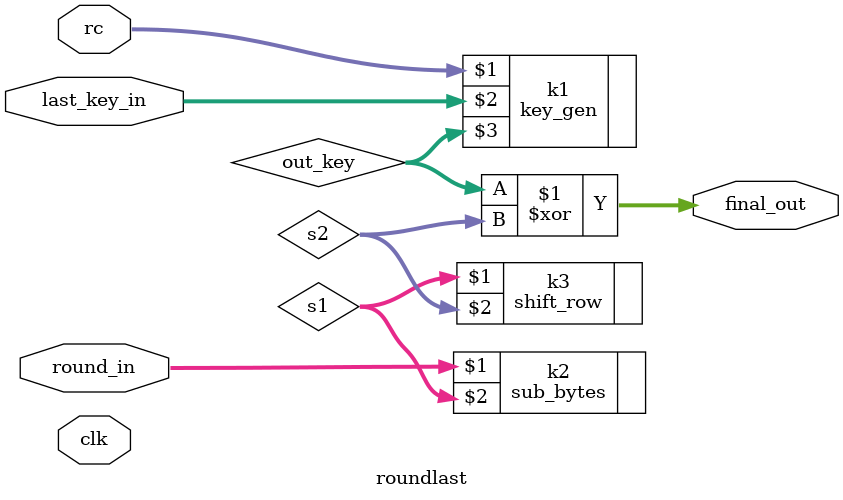
<source format=sv>

module roundlast(
    input logic clk,
    input logic [3:0] rc,
    input logic [127:0] round_in,
    input logic [127:0] last_key_in,
    output logic [127:0] final_out
);

logic [127:0] s1, s2, s3, out_key;

key_gen k1 (rc, last_key_in, out_key);
sub_bytes k2 (round_in, s1);
shift_row k3 (s1, s2);

assign final_out = out_key ^ s2;

endmodule
</source>
